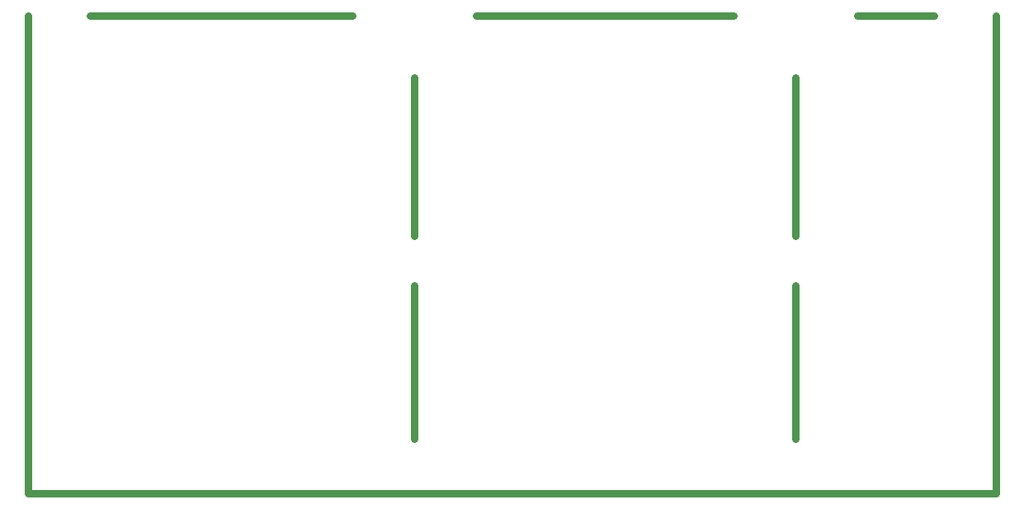
<source format=gm1>
%FSLAX44Y44*%
%MOMM*%
G71*
G01*
G75*
%ADD10C,0.2540*%
%ADD11R,0.3500X2.2000*%
%ADD12R,1.5000X1.3000*%
%ADD13O,0.3500X2.2000*%
%ADD14R,1.1000X1.0000*%
%ADD15R,1.0000X1.1000*%
%ADD16R,0.9500X0.9000*%
%ADD17R,0.9000X0.9500*%
%ADD18R,1.8000X1.7000*%
%ADD19R,1.7000X1.8000*%
%ADD20O,0.6350X2.0320*%
%ADD21R,0.6350X2.0320*%
%ADD22R,1.3000X1.5000*%
%ADD23C,0.5080*%
%ADD24C,0.3810*%
%ADD25R,2.5400X4.6990*%
%ADD26C,0.8000*%
%ADD27R,1.5240X1.5240*%
%ADD28C,1.5000*%
%ADD29R,1.5000X1.5000*%
%ADD30C,1.5000*%
%ADD31C,1.0000*%
%ADD32C,1.0000*%
%ADD33R,1.2000X1.0000*%
%ADD34R,0.5500X0.3860*%
%ADD35R,0.5500X0.4860*%
%ADD36C,0.2000*%
%ADD37C,0.2032*%
%ADD38R,0.7056X2.5556*%
%ADD39R,1.8556X1.6556*%
%ADD40O,0.7056X2.5556*%
%ADD41R,1.4556X1.3556*%
%ADD42R,1.3556X1.4556*%
%ADD43R,1.3056X1.2556*%
%ADD44R,1.2556X1.3056*%
%ADD45R,2.1556X2.0556*%
%ADD46R,2.0556X2.1556*%
%ADD47O,0.9906X2.3876*%
%ADD48R,0.9906X2.3876*%
%ADD49R,1.6556X1.8556*%
%ADD50R,1.8796X1.8796*%
%ADD51C,1.8556*%
%ADD52R,1.8556X1.8556*%
%ADD53C,1.8556*%
%ADD54R,1.5556X1.3556*%
%ADD55R,0.9056X0.7416*%
%ADD56R,0.9056X0.8416*%
%ADD57C,0.8000*%
D57*
X1109980Y797560D02*
X1188720D01*
X718820D02*
X982980D01*
X1046480Y363220D02*
Y520700D01*
Y571500D02*
Y734060D01*
X655320Y363220D02*
Y520700D01*
Y571500D02*
Y734060D01*
X322580Y797560D02*
X591820D01*
X1252220Y307720D02*
Y797560D01*
X259080Y307720D02*
X1252220D01*
X259080D02*
Y797560D01*
M02*

</source>
